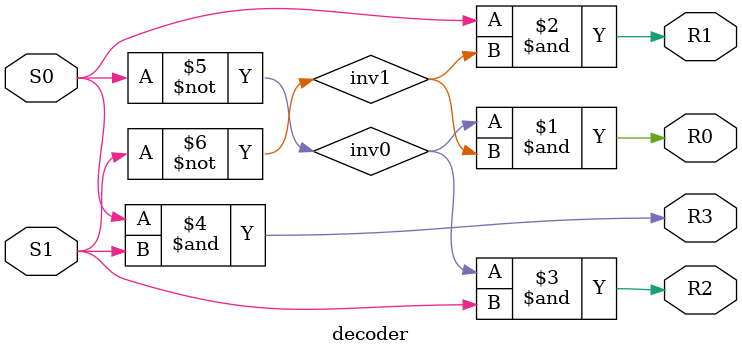
<source format=v>
module decoder(S0,S1,R0,R1,R2,R3);

    input   S0, S1;
    output  R0,R1,R2,R3;

    wire inv0,inv1;

    not G1 (inv0,S0),
        G2 (inv1,S1);

    and G3 (R0,inv0,inv1),
        G4 (R1,S0,inv1),
        G5 (R2,inv0,S1),
        G6 (R3,S0,S1);

endmodule
</source>
